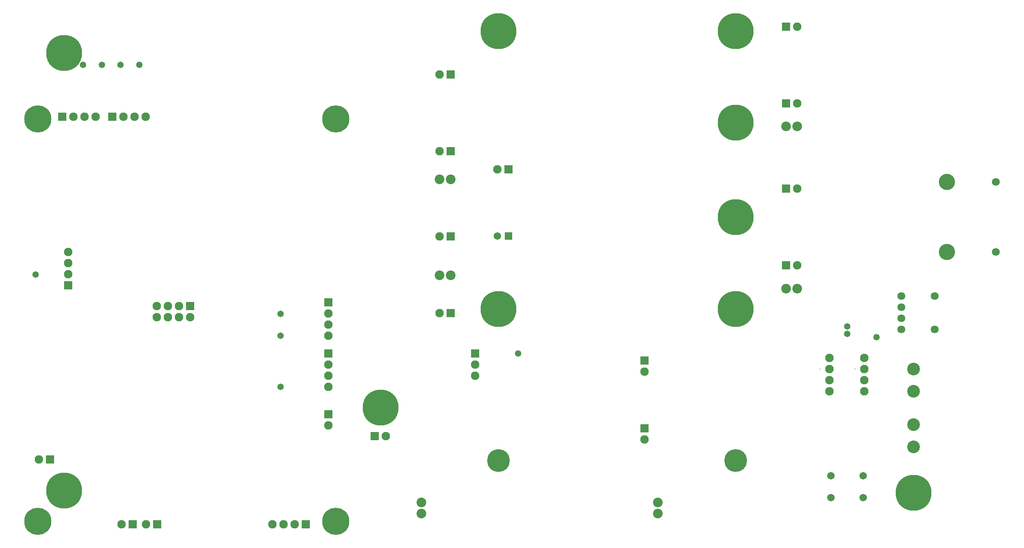
<source format=gbs>
G04*
G04 #@! TF.GenerationSoftware,Altium Limited,Altium Designer,22.8.2 (66)*
G04*
G04 Layer_Color=16711935*
%FSLAX44Y44*%
%MOMM*%
G71*
G04*
G04 #@! TF.SameCoordinates,71C3AFDF-B8C1-413B-9B0B-563F97835029*
G04*
G04*
G04 #@! TF.FilePolarity,Negative*
G04*
G01*
G75*
%ADD26R,1.7032X1.7032*%
%ADD27C,1.7032*%
%ADD28R,1.9532X1.9532*%
%ADD29C,1.9532*%
%ADD30R,1.9532X1.9532*%
%ADD31C,0.2032*%
%ADD32C,8.2032*%
%ADD33C,2.2032*%
%ADD34C,5.2032*%
%ADD35C,3.7032*%
%ADD36C,1.8032*%
%ADD37C,2.9032*%
%ADD38C,6.2032*%
%ADD39C,1.4732*%
D26*
X1170642Y763270D02*
D03*
D27*
X1145242D02*
D03*
X1907195Y215050D02*
D03*
Y165050D02*
D03*
X1980855Y215050D02*
D03*
Y165050D02*
D03*
D28*
X442710Y602840D02*
D03*
X865092Y305780D02*
D03*
X150700Y1035270D02*
D03*
X265000D02*
D03*
X707124Y104238D02*
D03*
X1170642Y915550D02*
D03*
X122670Y252320D02*
D03*
X367870Y104360D02*
D03*
X311990D02*
D03*
X1037931Y586980D02*
D03*
Y761980D02*
D03*
X1037931Y1131980D02*
D03*
Y956980D02*
D03*
X1804372Y1240980D02*
D03*
Y1065980D02*
D03*
Y695980D02*
D03*
Y870980D02*
D03*
D29*
X442710Y577440D02*
D03*
X417310Y602840D02*
D03*
Y577440D02*
D03*
X391910Y602840D02*
D03*
Y577440D02*
D03*
X366510Y602840D02*
D03*
Y577440D02*
D03*
X758940Y469490D02*
D03*
Y444090D02*
D03*
Y418690D02*
D03*
X1903240Y484215D02*
D03*
Y458815D02*
D03*
Y433415D02*
D03*
Y408015D02*
D03*
X890492Y305780D02*
D03*
X1094442Y469140D02*
D03*
Y443740D02*
D03*
X1983340Y458815D02*
D03*
Y433415D02*
D03*
Y484215D02*
D03*
Y408015D02*
D03*
X758940Y330420D02*
D03*
X164580Y726190D02*
D03*
Y700790D02*
D03*
Y675390D02*
D03*
X758940Y534890D02*
D03*
Y560290D02*
D03*
Y585690D02*
D03*
X226900Y1035270D02*
D03*
X201500D02*
D03*
X176100D02*
D03*
X341200D02*
D03*
X315800D02*
D03*
X290400D02*
D03*
X630924Y104238D02*
D03*
X656324D02*
D03*
X681724D02*
D03*
X1480924Y298160D02*
D03*
X1145242Y915550D02*
D03*
X97270Y252320D02*
D03*
X342470Y104360D02*
D03*
X286590D02*
D03*
X1480924Y453100D02*
D03*
X1012531Y586980D02*
D03*
Y761980D02*
D03*
X1012531Y1131980D02*
D03*
Y956980D02*
D03*
X1829772Y1240980D02*
D03*
Y1065980D02*
D03*
Y695980D02*
D03*
Y870980D02*
D03*
D30*
X758940Y494890D02*
D03*
X1094442Y494540D02*
D03*
X758940Y355820D02*
D03*
X164580Y649990D02*
D03*
X758940Y611090D02*
D03*
X1480924Y478500D02*
D03*
Y323560D02*
D03*
D31*
X1881640Y458815D02*
D03*
X1961740D02*
D03*
D32*
X155450Y1181480D02*
D03*
X155450Y181480D02*
D03*
X878542Y370550D02*
D03*
X2096152Y176480D02*
D03*
X1147365Y596480D02*
D03*
X1688960D02*
D03*
X1688960Y1231480D02*
D03*
X1147365D02*
D03*
X1688960Y1021630D02*
D03*
X1688960Y806330D02*
D03*
D33*
X1829772Y1013460D02*
D03*
X1804372D02*
D03*
X1037931Y673100D02*
D03*
X1012531D02*
D03*
X1511300Y154387D02*
D03*
Y128987D02*
D03*
X971550Y154387D02*
D03*
Y128987D02*
D03*
X1829772Y642620D02*
D03*
X1804372D02*
D03*
X1012531Y892810D02*
D03*
X1037931D02*
D03*
D34*
X1147374Y250000D02*
D03*
X1688968D02*
D03*
D35*
X2171700Y726340D02*
D03*
Y886340D02*
D03*
D36*
X2283460Y726338D02*
D03*
Y886338D02*
D03*
X2067560Y626110D02*
D03*
X2143760D02*
D03*
X2067560Y600710D02*
D03*
Y575310D02*
D03*
Y549910D02*
D03*
X2143760D02*
D03*
D37*
X2096152Y408015D02*
D03*
Y458815D02*
D03*
Y281015D02*
D03*
Y331815D02*
D03*
D38*
X775450Y1030830D02*
D03*
X95450D02*
D03*
X775450Y110830D02*
D03*
X95450D02*
D03*
D39*
X2011020Y531470D02*
D03*
X1944370Y556260D02*
D03*
Y539750D02*
D03*
X649830Y534890D02*
D03*
X327230Y1153660D02*
D03*
X284193D02*
D03*
X241157D02*
D03*
X198120D02*
D03*
X90350Y674710D02*
D03*
X649830Y585470D02*
D03*
X649830Y418690D02*
D03*
X1192020Y494540D02*
D03*
M02*

</source>
